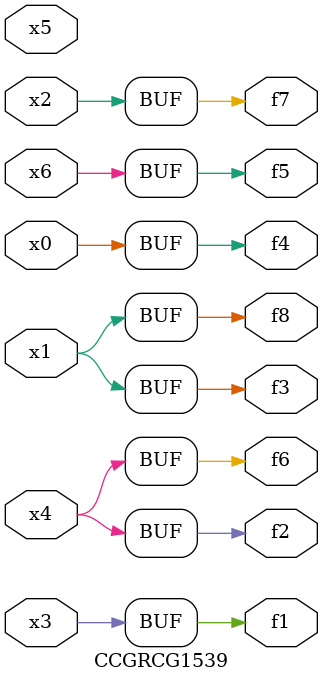
<source format=v>
module CCGRCG1539(
	input x0, x1, x2, x3, x4, x5, x6,
	output f1, f2, f3, f4, f5, f6, f7, f8
);
	assign f1 = x3;
	assign f2 = x4;
	assign f3 = x1;
	assign f4 = x0;
	assign f5 = x6;
	assign f6 = x4;
	assign f7 = x2;
	assign f8 = x1;
endmodule

</source>
